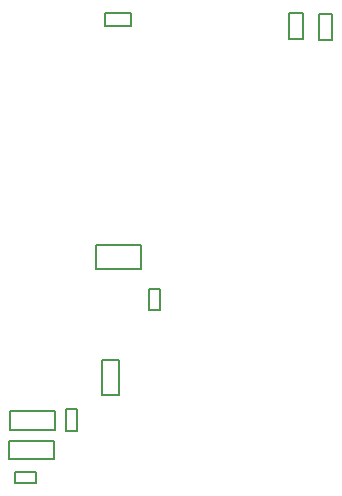
<source format=gbr>
%FSTAX23Y23*%
%MOIN*%
%SFA1B1*%

%IPPOS*%
%ADD139C,0.007874*%
%LNx98_carrier_v1r2_12082022_top_courtyard-1*%
%LPD*%
G54D139*
X00343Y01569D02*
X0043D01*
X00343D02*
Y01614D01*
X0043*
Y01569D02*
Y01614D01*
X00314Y0076D02*
Y00839D01*
Y0076D02*
X00464D01*
Y00839*
X00314D02*
X00464D01*
X00491Y00621D02*
X00525D01*
Y00692*
X00491D02*
X00525D01*
X00491Y00621D02*
Y00692D01*
X00214Y0022D02*
X00249D01*
Y00291*
X00214D02*
X00249D01*
X00214Y0022D02*
Y00291D01*
X00042Y00046D02*
Y00081D01*
Y00046D02*
X00113D01*
Y00081*
X00042D02*
X00113D01*
X01056Y01521D02*
X01101D01*
Y01608*
X01056D02*
X01101D01*
X01056Y01521D02*
Y01608D01*
X00957Y01525D02*
X01002D01*
Y01612*
X00957D02*
X01002D01*
X00957Y01525D02*
Y01612D01*
X00174Y00125D02*
Y00186D01*
X00024D02*
X00174D01*
X00024Y00125D02*
Y00186D01*
Y00125D02*
X00174D01*
X00176Y00224D02*
Y00285D01*
X00026D02*
X00176D01*
X00026Y00224D02*
Y00285D01*
Y00224D02*
X00176D01*
X00332Y0034D02*
X00388D01*
Y00455*
X00332D02*
X00388D01*
X00332Y0034D02*
Y00455D01*
M02*
</source>
